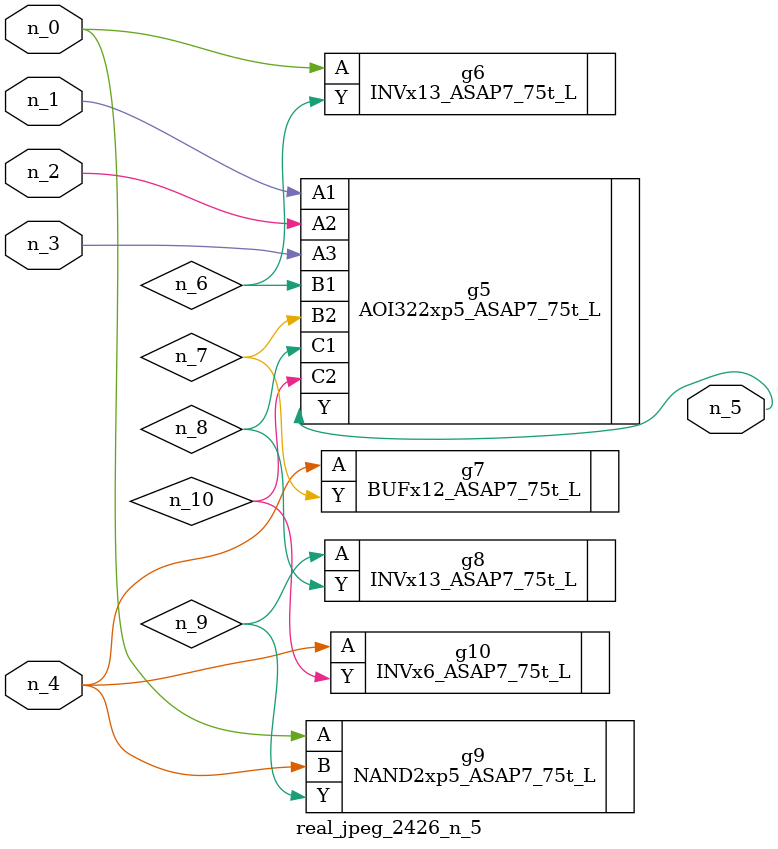
<source format=v>
module real_jpeg_2426_n_5 (n_4, n_0, n_1, n_2, n_3, n_5);

input n_4;
input n_0;
input n_1;
input n_2;
input n_3;

output n_5;

wire n_8;
wire n_6;
wire n_7;
wire n_10;
wire n_9;

INVx13_ASAP7_75t_L g6 ( 
.A(n_0),
.Y(n_6)
);

NAND2xp5_ASAP7_75t_L g9 ( 
.A(n_0),
.B(n_4),
.Y(n_9)
);

AOI322xp5_ASAP7_75t_L g5 ( 
.A1(n_1),
.A2(n_2),
.A3(n_3),
.B1(n_6),
.B2(n_7),
.C1(n_8),
.C2(n_10),
.Y(n_5)
);

BUFx12_ASAP7_75t_L g7 ( 
.A(n_4),
.Y(n_7)
);

INVx6_ASAP7_75t_L g10 ( 
.A(n_4),
.Y(n_10)
);

INVx13_ASAP7_75t_L g8 ( 
.A(n_9),
.Y(n_8)
);


endmodule
</source>
